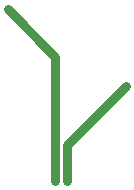
<source format=gbr>
%TF.GenerationSoftware,KiCad,Pcbnew,8.0.5*%
%TF.CreationDate,2025-09-23T17:33:25-05:00*%
%TF.ProjectId,test,74657374-2e6b-4696-9361-645f70636258,rev?*%
%TF.SameCoordinates,Original*%
%TF.FileFunction,Copper,L2,Bot*%
%TF.FilePolarity,Positive*%
%FSLAX46Y46*%
G04 Gerber Fmt 4.6, Leading zero omitted, Abs format (unit mm)*
G04 Created by KiCad (PCBNEW 8.0.5) date 2025-09-23 17:33:25*
%MOMM*%
%LPD*%
G01*
G04 APERTURE LIST*
%TA.AperFunction,ViaPad*%
%ADD10C,0.600000*%
%TD*%
%TA.AperFunction,Conductor*%
%ADD11C,0.800000*%
%TD*%
G04 APERTURE END LIST*
D10*
%TO.N,GND*%
X158500000Y-147000000D03*
X158500000Y-149500000D03*
X154500000Y-135000000D03*
%TO.N,Signal*%
X159500000Y-149500000D03*
X164500000Y-141500000D03*
%TD*%
D11*
%TO.N,Signal*%
X164500000Y-141500000D02*
X159500000Y-146500000D01*
X159500000Y-146500000D02*
X159500000Y-149500000D01*
%TO.N,GND*%
X158500000Y-147000000D02*
X158500000Y-149500000D01*
X158500000Y-139000000D02*
X158500000Y-147000000D01*
X154500000Y-135000000D02*
X158500000Y-139000000D01*
%TD*%
M02*

</source>
